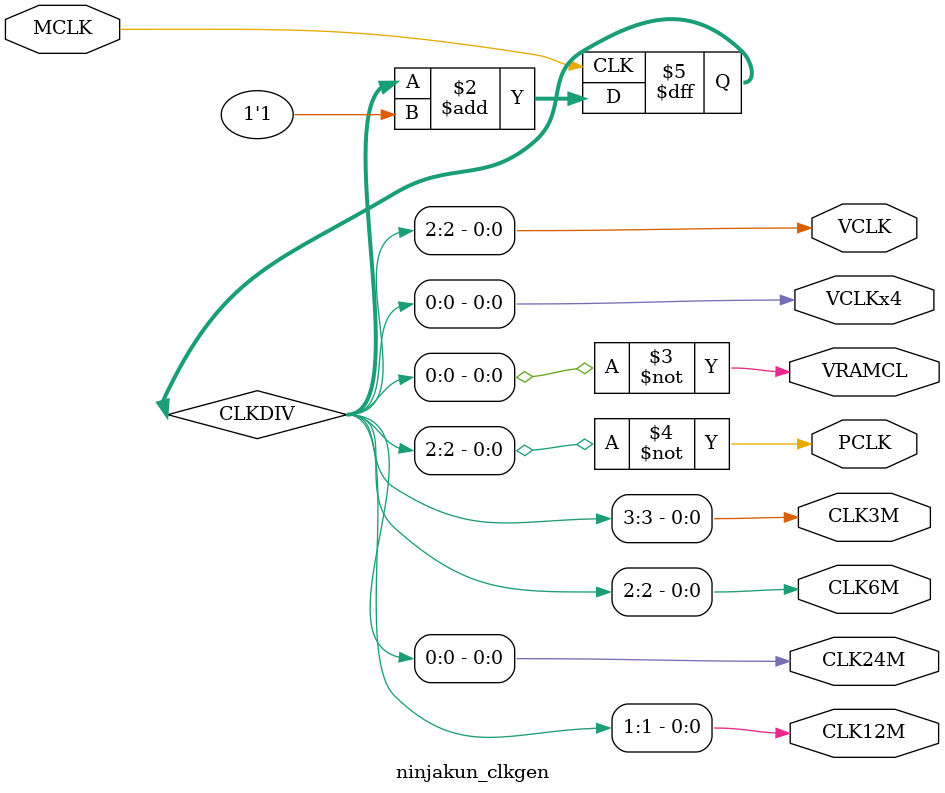
<source format=v>

module ninjakun_clkgen
(
	input		MCLK,		// 48MHz

	output	VCLKx4,
	output	VCLK,

	output	VRAMCL,
	output	PCLK,

	output	CLK24M,
	output 	CLK12M,
	output	CLK6M,
	output	CLK3M
);

reg [3:0] CLKDIV;
always @( posedge MCLK ) CLKDIV <= CLKDIV+1'b1;

assign VCLKx4 = CLKDIV[0];	// 24MHz
assign VCLK   = CLKDIV[2];	//  6MHz

assign CLK24M = CLKDIV[0];
assign CLK12M = CLKDIV[1];
assign CLK6M  = CLKDIV[2];
assign CLK3M  = CLKDIV[3];

assign VRAMCL = ~VCLKx4;
assign PCLK   = ~VCLK;

endmodule



</source>
